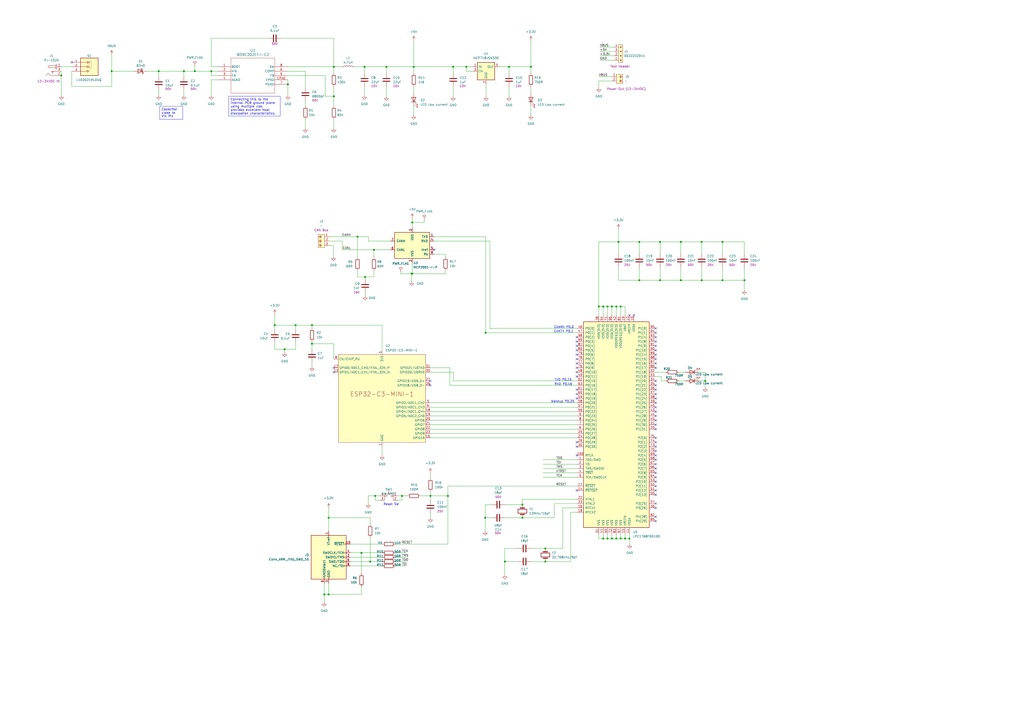
<source format=kicad_sch>
(kicad_sch (version 20230121) (generator eeschema)
  (paper "A2")
  (junction (at 365.125 312.42))
  (junction (at 207.391 137.287))
  (junction (at 362.585 312.42))
  (junction (at 35.56 43.815))
  (junction (at 180.975 199.39))
  (junction (at 352.425 177.8))
  (junction (at 211.836 160.655))
  (junction (at 180.975 188.595))
  (junction (at 354.965 312.42))
  (junction (at 407.035 162.56))
  (junction (at 193.675 38.735))
  (junction (at 394.97 140.335))
  (junction (at 167.005 48.895))
  (junction (at 106.68 41.275))
  (junction (at 233.172 287.655))
  (junction (at 193.675 55.88))
  (junction (at 259.842 287.655))
  (junction (at 281.686 193.04))
  (junction (at 358.775 140.335))
  (junction (at 281.432 300.355))
  (junction (at 249.682 287.655))
  (junction (at 347.345 177.8))
  (junction (at 238.76 158.75))
  (junction (at 382.905 140.335))
  (junction (at 292.862 325.755))
  (junction (at 188.087 344.805))
  (junction (at 349.885 312.42))
  (junction (at 165.1 202.565))
  (junction (at 270.51 38.735))
  (junction (at 419.1 162.56))
  (junction (at 159.385 188.595))
  (junction (at 214.757 325.755))
  (junction (at 407.035 140.335))
  (junction (at 370.84 162.56))
  (junction (at 303.022 292.735))
  (junction (at 360.045 312.42))
  (junction (at 360.045 177.8))
  (junction (at 316.357 325.755))
  (junction (at 409.067 220.98))
  (junction (at 190.627 300.355))
  (junction (at 209.677 320.675))
  (junction (at 211.455 38.735))
  (junction (at 354.965 177.8))
  (junction (at 357.505 177.8))
  (junction (at 370.84 140.335))
  (junction (at 357.505 312.42))
  (junction (at 239.141 158.75))
  (junction (at 316.357 318.135))
  (junction (at 64.77 41.275))
  (junction (at 382.905 162.56))
  (junction (at 295.275 38.735))
  (junction (at 262.89 38.735))
  (junction (at 190.627 344.805))
  (junction (at 394.97 162.56))
  (junction (at 122.555 41.275))
  (junction (at 92.075 41.275))
  (junction (at 217.678 287.655))
  (junction (at 431.8 162.56))
  (junction (at 352.425 312.42))
  (junction (at 303.022 300.355))
  (junction (at 113.03 41.275))
  (junction (at 307.975 38.735))
  (junction (at 239.141 129.032))
  (junction (at 419.1 140.335))
  (junction (at 216.916 144.907))
  (junction (at 224.155 38.735))
  (junction (at 349.885 177.8))
  (junction (at 171.45 188.595))
  (junction (at 240.03 38.735))
  (no_connect (at 380.365 220.98))
  (no_connect (at 380.365 241.3))
  (no_connect (at 334.645 205.74))
  (no_connect (at 380.365 259.08))
  (no_connect (at 380.365 261.62))
  (no_connect (at 380.365 269.24))
  (no_connect (at 380.365 203.2))
  (no_connect (at 365.125 182.88))
  (no_connect (at 380.365 274.32))
  (no_connect (at 334.645 208.28))
  (no_connect (at 380.365 279.4))
  (no_connect (at 380.365 210.82))
  (no_connect (at 380.365 264.16))
  (no_connect (at 249.555 220.98))
  (no_connect (at 334.645 213.36))
  (no_connect (at 41.656 36.195))
  (no_connect (at 380.365 228.6))
  (no_connect (at 367.665 182.88))
  (no_connect (at 334.645 195.58))
  (no_connect (at 334.645 226.06))
  (no_connect (at 380.365 266.7))
  (no_connect (at 193.675 213.36))
  (no_connect (at 380.365 195.58))
  (no_connect (at 380.365 198.12))
  (no_connect (at 380.365 243.84))
  (no_connect (at 334.645 218.44))
  (no_connect (at 380.365 200.66))
  (no_connect (at 334.645 200.66))
  (no_connect (at 334.645 256.54))
  (no_connect (at 380.365 254))
  (no_connect (at 380.365 287.02))
  (no_connect (at 380.365 276.86))
  (no_connect (at 380.365 236.22))
  (no_connect (at 380.365 302.26))
  (no_connect (at 380.365 299.72))
  (no_connect (at 380.365 190.5))
  (no_connect (at 251.841 144.907))
  (no_connect (at 334.645 203.2))
  (no_connect (at 334.645 264.16))
  (no_connect (at 380.365 238.76))
  (no_connect (at 334.645 259.08))
  (no_connect (at 380.365 223.52))
  (no_connect (at 380.365 281.94))
  (no_connect (at 334.645 210.82))
  (no_connect (at 380.365 213.36))
  (no_connect (at 249.555 223.52))
  (no_connect (at 380.365 208.28))
  (no_connect (at 380.365 193.04))
  (no_connect (at 380.365 271.78))
  (no_connect (at 334.645 228.6))
  (no_connect (at 380.365 231.14))
  (no_connect (at 380.365 226.06))
  (no_connect (at 193.675 215.9))
  (no_connect (at 334.645 231.14))
  (no_connect (at 334.645 198.12))
  (no_connect (at 334.645 215.9))
  (no_connect (at 380.365 233.68))
  (no_connect (at 380.365 248.92))
  (no_connect (at 334.645 284.48))
  (no_connect (at 380.365 256.54))
  (no_connect (at 380.365 284.48))
  (no_connect (at 380.365 205.74))
  (no_connect (at 380.365 292.1))
  (no_connect (at 380.365 246.38))
  (no_connect (at 380.365 294.64))
  (wire (pts (xy 263.017 215.9) (xy 263.017 220.98)))
  (wire (pts (xy 165.1 202.565) (xy 165.1 204.47)))
  (wire (pts (xy 259.842 287.655) (xy 259.842 315.595)))
  (wire (pts (xy 217.678 287.655) (xy 213.614 287.655)))
  (wire (pts (xy 419.1 140.335) (xy 431.8 140.335)))
  (wire (pts (xy 221.615 203.2) (xy 221.615 188.595)))
  (wire (pts (xy 284.226 139.827) (xy 284.226 190.627)))
  (wire (pts (xy 347.345 177.8) (xy 347.345 182.88)))
  (wire (pts (xy 180.975 199.39) (xy 180.975 202.565)))
  (wire (pts (xy 213.741 139.827) (xy 213.741 137.287)))
  (wire (pts (xy 122.555 22.225) (xy 155.575 22.225)))
  (wire (pts (xy 239.141 126.492) (xy 239.141 129.032)))
  (wire (pts (xy 211.836 160.655) (xy 216.916 160.655)))
  (wire (pts (xy 270.51 38.735) (xy 274.32 38.735)))
  (wire (pts (xy 260.985 223.52) (xy 334.645 223.52)))
  (wire (pts (xy 407.035 154.94) (xy 407.035 162.56)))
  (wire (pts (xy 394.97 154.94) (xy 394.97 162.56)))
  (wire (pts (xy 315.087 269.24) (xy 334.645 269.24)))
  (wire (pts (xy 284.861 190.627) (xy 284.861 190.5)))
  (wire (pts (xy 394.97 162.56) (xy 407.035 162.56)))
  (wire (pts (xy 360.045 309.88) (xy 360.045 312.42)))
  (wire (pts (xy 216.916 144.907) (xy 198.501 144.907)))
  (wire (pts (xy 240.03 23.495) (xy 240.03 38.735)))
  (wire (pts (xy 307.975 23.495) (xy 307.975 38.735)))
  (wire (pts (xy 295.275 50.165) (xy 295.275 55.88)))
  (wire (pts (xy 281.686 193.167) (xy 281.686 193.04)))
  (wire (pts (xy 246.126 127.127) (xy 246.126 129.032)))
  (wire (pts (xy 431.8 154.94) (xy 431.8 162.56)))
  (wire (pts (xy 240.03 38.735) (xy 240.03 42.545)))
  (wire (pts (xy 407.035 140.335) (xy 419.1 140.335)))
  (wire (pts (xy 188.087 338.455) (xy 188.087 344.805)))
  (wire (pts (xy 383.667 218.44) (xy 383.667 220.98)))
  (wire (pts (xy 177.165 69.215) (xy 177.165 74.295)))
  (wire (pts (xy 106.68 41.275) (xy 106.68 44.45)))
  (wire (pts (xy 180.975 188.595) (xy 221.615 188.595)))
  (wire (pts (xy 193.421 142.367) (xy 193.421 148.717)))
  (wire (pts (xy 193.675 38.735) (xy 198.12 38.735)))
  (wire (pts (xy 316.357 325.755) (xy 330.962 325.755)))
  (wire (pts (xy 177.165 58.42) (xy 177.165 61.595)))
  (wire (pts (xy 365.125 309.88) (xy 365.125 312.42)))
  (wire (pts (xy 122.555 46.355) (xy 122.555 55.245)))
  (wire (pts (xy 394.97 140.335) (xy 407.035 140.335)))
  (wire (pts (xy 211.836 162.052) (xy 211.836 160.655)))
  (wire (pts (xy 190.627 300.355) (xy 190.627 307.975)))
  (wire (pts (xy 347.345 177.8) (xy 349.885 177.8)))
  (wire (pts (xy 211.836 171.577) (xy 211.836 169.672)))
  (wire (pts (xy 246.126 129.032) (xy 239.141 129.032)))
  (wire (pts (xy 349.885 312.42) (xy 352.425 312.42)))
  (wire (pts (xy 315.087 266.7) (xy 334.645 266.7)))
  (wire (pts (xy 431.8 162.56) (xy 419.1 162.56)))
  (wire (pts (xy 106.68 41.275) (xy 113.03 41.275)))
  (wire (pts (xy 370.84 140.335) (xy 382.905 140.335)))
  (wire (pts (xy 180.975 198.12) (xy 180.975 199.39)))
  (wire (pts (xy 193.675 61.595) (xy 193.675 55.88)))
  (wire (pts (xy 249.555 243.84) (xy 334.645 243.84)))
  (wire (pts (xy 303.022 289.56) (xy 334.645 289.56)))
  (wire (pts (xy 249.555 236.22) (xy 334.645 236.22)))
  (wire (pts (xy 171.45 188.595) (xy 159.385 188.595)))
  (wire (pts (xy 281.686 193.04) (xy 334.645 193.04)))
  (wire (pts (xy 240.03 50.165) (xy 240.03 53.975)))
  (wire (pts (xy 249.555 246.38) (xy 334.645 246.38)))
  (wire (pts (xy 358.775 154.94) (xy 358.775 162.56)))
  (wire (pts (xy 431.8 162.56) (xy 431.8 168.275)))
  (wire (pts (xy 251.841 139.827) (xy 284.226 139.827)))
  (wire (pts (xy 358.775 162.56) (xy 370.84 162.56)))
  (wire (pts (xy 347.98 29.845) (xy 356.235 29.845)))
  (wire (pts (xy 292.862 325.755) (xy 300.482 325.755)))
  (wire (pts (xy 405.257 220.98) (xy 409.067 220.98)))
  (wire (pts (xy 249.682 287.655) (xy 259.842 287.655)))
  (wire (pts (xy 203.327 315.595) (xy 221.742 315.595)))
  (wire (pts (xy 106.68 52.07) (xy 106.68 55.245)))
  (wire (pts (xy 209.677 320.675) (xy 209.677 332.74)))
  (wire (pts (xy 347.345 46.99) (xy 347.345 50.8)))
  (wire (pts (xy 224.155 38.735) (xy 240.03 38.735)))
  (wire (pts (xy 198.501 144.907) (xy 198.501 139.827)))
  (wire (pts (xy 347.98 27.305) (xy 356.235 27.305)))
  (wire (pts (xy 171.45 188.595) (xy 180.975 188.595)))
  (wire (pts (xy 216.916 144.907) (xy 216.916 149.352)))
  (wire (pts (xy 229.362 323.215) (xy 235.712 323.215)))
  (wire (pts (xy 159.385 182.245) (xy 159.385 188.595)))
  (wire (pts (xy 431.8 140.335) (xy 431.8 147.32)))
  (wire (pts (xy 180.975 188.595) (xy 180.975 190.5)))
  (wire (pts (xy 281.432 300.355) (xy 281.432 307.975)))
  (wire (pts (xy 238.76 158.75) (xy 232.41 158.75)))
  (wire (pts (xy 347.345 140.335) (xy 347.345 177.8)))
  (wire (pts (xy 249.555 251.46) (xy 334.645 251.46)))
  (wire (pts (xy 205.74 38.735) (xy 211.455 38.735)))
  (wire (pts (xy 394.97 140.335) (xy 394.97 147.32)))
  (wire (pts (xy 251.841 147.447) (xy 258.445 147.447)))
  (wire (pts (xy 211.455 38.735) (xy 211.455 42.545)))
  (wire (pts (xy 295.275 38.735) (xy 289.56 38.735)))
  (wire (pts (xy 258.445 158.75) (xy 258.445 156.845)))
  (wire (pts (xy 243.967 287.655) (xy 249.682 287.655)))
  (wire (pts (xy 409.067 215.9) (xy 409.067 220.98)))
  (wire (pts (xy 352.425 309.88) (xy 352.425 312.42)))
  (wire (pts (xy 281.686 137.287) (xy 251.841 137.287)))
  (wire (pts (xy 249.555 254) (xy 334.645 254)))
  (wire (pts (xy 358.775 140.335) (xy 358.775 147.32)))
  (wire (pts (xy 380.365 218.44) (xy 383.667 218.44)))
  (wire (pts (xy 274.32 41.275) (xy 270.51 41.275)))
  (wire (pts (xy 349.885 177.8) (xy 349.885 182.88)))
  (wire (pts (xy 221.615 259.08) (xy 221.615 264.16)))
  (wire (pts (xy 352.425 177.8) (xy 352.425 182.88)))
  (wire (pts (xy 249.682 297.815) (xy 249.682 300.355)))
  (wire (pts (xy 233.172 290.195) (xy 233.172 287.655)))
  (wire (pts (xy 180.975 199.39) (xy 193.675 199.39)))
  (wire (pts (xy 360.045 177.8) (xy 360.045 182.88)))
  (wire (pts (xy 300.482 318.135) (xy 292.862 318.135)))
  (wire (pts (xy 249.555 215.9) (xy 263.017 215.9)))
  (wire (pts (xy 193.675 38.735) (xy 193.675 42.545)))
  (wire (pts (xy 362.585 309.88) (xy 362.585 312.42)))
  (wire (pts (xy 354.965 46.99) (xy 347.345 46.99)))
  (wire (pts (xy 122.555 43.815) (xy 122.555 41.275)))
  (wire (pts (xy 281.432 300.355) (xy 285.242 300.355)))
  (wire (pts (xy 292.862 325.755) (xy 292.862 333.375)))
  (wire (pts (xy 126.365 43.815) (xy 122.555 43.815)))
  (wire (pts (xy 358.775 132.715) (xy 358.775 140.335)))
  (wire (pts (xy 382.905 162.56) (xy 394.97 162.56)))
  (wire (pts (xy 167.005 46.355) (xy 167.005 48.895)))
  (wire (pts (xy 249.682 285.115) (xy 249.682 287.655)))
  (wire (pts (xy 295.275 38.735) (xy 307.975 38.735)))
  (wire (pts (xy 370.84 162.56) (xy 382.905 162.56)))
  (wire (pts (xy 92.075 41.275) (xy 92.075 44.45)))
  (wire (pts (xy 211.455 38.735) (xy 224.155 38.735)))
  (wire (pts (xy 239.141 152.527) (xy 239.141 158.75)))
  (wire (pts (xy 307.975 50.165) (xy 307.975 53.975)))
  (wire (pts (xy 393.827 215.9) (xy 397.637 215.9)))
  (wire (pts (xy 262.89 38.735) (xy 262.89 42.545)))
  (wire (pts (xy 349.885 177.8) (xy 352.425 177.8)))
  (wire (pts (xy 249.555 233.68) (xy 334.645 233.68)))
  (wire (pts (xy 380.365 215.9) (xy 386.207 215.9)))
  (wire (pts (xy 122.555 38.735) (xy 122.555 22.225)))
  (wire (pts (xy 190.627 294.64) (xy 190.627 300.355)))
  (wire (pts (xy 321.437 292.1) (xy 334.645 292.1)))
  (wire (pts (xy 229.362 325.755) (xy 235.712 325.755)))
  (wire (pts (xy 357.505 177.8) (xy 357.505 182.88)))
  (wire (pts (xy 163.195 22.225) (xy 193.675 22.225)))
  (wire (pts (xy 230.632 290.195) (xy 233.172 290.195)))
  (wire (pts (xy 193.675 199.39) (xy 193.675 208.28)))
  (wire (pts (xy 295.275 38.735) (xy 295.275 42.545)))
  (wire (pts (xy 262.89 38.735) (xy 270.51 38.735)))
  (wire (pts (xy 347.345 140.335) (xy 358.775 140.335)))
  (wire (pts (xy 284.861 190.5) (xy 334.645 190.5)))
  (wire (pts (xy 370.84 140.335) (xy 370.84 147.32)))
  (wire (pts (xy 220.472 287.655) (xy 217.678 287.655)))
  (wire (pts (xy 35.56 41.275) (xy 35.56 43.815)))
  (wire (pts (xy 358.775 140.335) (xy 370.84 140.335)))
  (wire (pts (xy 229.362 315.595) (xy 259.842 315.595)))
  (wire (pts (xy 258.445 147.447) (xy 258.445 149.225)))
  (wire (pts (xy 203.327 325.755) (xy 214.757 325.755)))
  (wire (pts (xy 307.975 61.595) (xy 307.975 66.675)))
  (wire (pts (xy 239.141 158.75) (xy 238.76 158.75)))
  (wire (pts (xy 315.087 276.86) (xy 334.645 276.86)))
  (wire (pts (xy 167.005 48.895) (xy 167.005 55.245)))
  (wire (pts (xy 303.022 300.355) (xy 321.437 300.355)))
  (wire (pts (xy 362.585 312.42) (xy 365.125 312.42)))
  (wire (pts (xy 292.862 300.355) (xy 303.022 300.355)))
  (wire (pts (xy 382.905 154.94) (xy 382.905 162.56)))
  (wire (pts (xy 347.98 34.925) (xy 356.235 34.925)))
  (wire (pts (xy 354.965 312.42) (xy 357.505 312.42)))
  (wire (pts (xy 35.56 43.815) (xy 35.56 55.245)))
  (wire (pts (xy 211.455 50.165) (xy 211.455 55.245)))
  (wire (pts (xy 213.614 287.655) (xy 213.614 292.1)))
  (wire (pts (xy 249.555 248.92) (xy 334.645 248.92)))
  (wire (pts (xy 214.757 325.755) (xy 221.742 325.755)))
  (wire (pts (xy 190.627 300.355) (xy 214.757 300.355)))
  (wire (pts (xy 347.98 32.385) (xy 356.235 32.385)))
  (wire (pts (xy 240.03 38.735) (xy 262.89 38.735)))
  (wire (pts (xy 419.1 140.335) (xy 419.1 147.32)))
  (wire (pts (xy 159.385 188.595) (xy 159.385 191.135)))
  (wire (pts (xy 383.667 220.98) (xy 386.207 220.98)))
  (wire (pts (xy 159.385 198.755) (xy 159.385 202.565)))
  (wire (pts (xy 41.656 50.165) (xy 64.77 50.165)))
  (wire (pts (xy 249.555 238.76) (xy 334.645 238.76)))
  (wire (pts (xy 281.686 193.04) (xy 281.686 137.287)))
  (wire (pts (xy 315.087 271.78) (xy 334.645 271.78)))
  (wire (pts (xy 352.425 312.42) (xy 354.965 312.42)))
  (wire (pts (xy 224.155 38.735) (xy 224.155 42.545)))
  (wire (pts (xy 321.437 300.355) (xy 321.437 292.1)))
  (wire (pts (xy 357.505 177.8) (xy 360.045 177.8)))
  (wire (pts (xy 85.09 41.275) (xy 92.075 41.275)))
  (wire (pts (xy 357.505 312.42) (xy 360.045 312.42)))
  (wire (pts (xy 239.141 129.032) (xy 239.141 132.207)))
  (wire (pts (xy 64.77 41.275) (xy 77.47 41.275)))
  (wire (pts (xy 214.757 300.355) (xy 214.757 304.165)))
  (wire (pts (xy 365.252 312.42) (xy 365.252 315.595)))
  (wire (pts (xy 326.517 294.64) (xy 334.645 294.64)))
  (wire (pts (xy 354.965 309.88) (xy 354.965 312.42)))
  (wire (pts (xy 263.017 220.98) (xy 334.645 220.98)))
  (wire (pts (xy 64.77 31.75) (xy 64.77 41.275)))
  (wire (pts (xy 229.362 320.675) (xy 235.712 320.675)))
  (wire (pts (xy 190.627 344.805) (xy 209.677 344.805)))
  (wire (pts (xy 349.885 312.42) (xy 347.345 312.42)))
  (wire (pts (xy 190.627 338.455) (xy 190.627 344.805)))
  (wire (pts (xy 314.96 274.32) (xy 334.645 274.32)))
  (wire (pts (xy 207.391 137.287) (xy 190.881 137.287)))
  (wire (pts (xy 281.94 48.895) (xy 281.94 55.88)))
  (wire (pts (xy 407.035 162.56) (xy 419.1 162.56)))
  (wire (pts (xy 216.916 144.907) (xy 226.441 144.907)))
  (wire (pts (xy 259.842 281.94) (xy 334.645 281.94)))
  (wire (pts (xy 193.675 22.225) (xy 193.675 38.735)))
  (wire (pts (xy 249.555 213.36) (xy 260.985 213.36)))
  (wire (pts (xy 207.391 160.655) (xy 211.836 160.655)))
  (wire (pts (xy 347.345 44.45) (xy 354.965 44.45)))
  (wire (pts (xy 232.41 157.48) (xy 232.41 158.75)))
  (wire (pts (xy 292.862 318.135) (xy 292.862 325.755)))
  (wire (pts (xy 165.1 202.565) (xy 171.45 202.565)))
  (wire (pts (xy 214.757 311.785) (xy 214.757 325.755)))
  (wire (pts (xy 249.682 274.32) (xy 249.682 277.495)))
  (wire (pts (xy 281.432 292.735) (xy 281.432 300.355)))
  (wire (pts (xy 92.075 52.07) (xy 92.075 55.245)))
  (wire (pts (xy 216.916 156.972) (xy 216.916 160.655)))
  (wire (pts (xy 240.03 61.595) (xy 240.03 66.675)))
  (wire (pts (xy 122.555 41.275) (xy 126.365 41.275)))
  (wire (pts (xy 188.595 43.815) (xy 188.595 55.88)))
  (wire (pts (xy 209.677 320.675) (xy 221.742 320.675)))
  (wire (pts (xy 330.962 297.18) (xy 334.645 297.18)))
  (wire (pts (xy 405.257 215.9) (xy 409.067 215.9)))
  (wire (pts (xy 167.005 41.275) (xy 177.165 41.275)))
  (wire (pts (xy 362.585 177.8) (xy 362.585 182.88)))
  (wire (pts (xy 326.517 294.64) (xy 326.517 318.135)))
  (wire (pts (xy 35.56 38.735) (xy 41.656 38.735)))
  (wire (pts (xy 260.985 213.36) (xy 260.985 223.52)))
  (wire (pts (xy 207.391 149.352) (xy 207.391 137.287)))
  (wire (pts (xy 207.391 156.972) (xy 207.391 160.655)))
  (wire (pts (xy 352.425 177.8) (xy 354.965 177.8)))
  (wire (pts (xy 188.595 55.88) (xy 193.675 55.88)))
  (wire (pts (xy 209.677 344.805) (xy 209.677 340.36)))
  (wire (pts (xy 159.385 202.565) (xy 165.1 202.565)))
  (wire (pts (xy 419.1 154.94) (xy 419.1 162.56)))
  (wire (pts (xy 203.327 320.675) (xy 209.677 320.675)))
  (wire (pts (xy 113.03 37.973) (xy 113.03 41.275)))
  (wire (pts (xy 226.441 139.827) (xy 213.741 139.827)))
  (wire (pts (xy 113.03 41.275) (xy 122.555 41.275)))
  (wire (pts (xy 122.555 46.355) (xy 126.365 46.355)))
  (wire (pts (xy 258.445 158.75) (xy 239.141 158.75)))
  (wire (pts (xy 330.962 297.18) (xy 330.962 325.755)))
  (wire (pts (xy 203.327 323.215) (xy 221.742 323.215)))
  (wire (pts (xy 370.84 154.94) (xy 370.84 162.56)))
  (wire (pts (xy 177.165 41.275) (xy 177.165 50.8)))
  (wire (pts (xy 308.102 325.755) (xy 316.357 325.755)))
  (wire (pts (xy 409.067 220.98) (xy 409.067 224.79)))
  (wire (pts (xy 259.842 281.94) (xy 259.842 287.655)))
  (wire (pts (xy 307.975 38.735) (xy 307.975 42.545)))
  (wire (pts (xy 188.595 43.815) (xy 167.005 43.815)))
  (wire (pts (xy 393.827 220.98) (xy 397.637 220.98)))
  (wire (pts (xy 316.357 318.135) (xy 326.517 318.135)))
  (wire (pts (xy 284.226 190.627) (xy 284.861 190.627)))
  (wire (pts (xy 171.45 188.595) (xy 171.45 191.135)))
  (wire (pts (xy 180.975 210.185) (xy 180.975 212.725)))
  (wire (pts (xy 357.505 309.88) (xy 357.505 312.42)))
  (wire (pts (xy 203.327 328.295) (xy 221.742 328.295)))
  (wire (pts (xy 190.881 142.367) (xy 193.421 142.367)))
  (wire (pts (xy 365.125 312.42) (xy 365.252 312.42)))
  (wire (pts (xy 188.087 344.805) (xy 188.087 349.25)))
  (wire (pts (xy 303.022 289.56) (xy 303.022 292.735)))
  (wire (pts (xy 270.51 41.275) (xy 270.51 38.735)))
  (wire (pts (xy 354.965 182.88) (xy 354.965 177.8)))
  (wire (pts (xy 193.675 38.735) (xy 167.005 38.735)))
  (wire (pts (xy 354.965 177.8) (xy 357.505 177.8)))
  (wire (pts (xy 360.045 312.42) (xy 362.585 312.42)))
  (wire (pts (xy 233.172 287.655) (xy 230.632 287.655)))
  (wire (pts (xy 236.347 287.655) (xy 233.172 287.655)))
  (wire (pts (xy 349.885 309.88) (xy 349.885 312.42)))
  (wire (pts (xy 207.391 137.287) (xy 213.741 137.287)))
  (wire (pts (xy 193.675 69.215) (xy 193.675 74.295)))
  (wire (pts (xy 285.242 292.735) (xy 281.432 292.735)))
  (wire (pts (xy 64.77 41.275) (xy 64.77 50.165)))
  (wire (pts (xy 198.501 139.827) (xy 190.881 139.827)))
  (wire (pts (xy 92.075 41.275) (xy 106.68 41.275)))
  (wire (pts (xy 382.905 140.335) (xy 394.97 140.335)))
  (wire (pts (xy 229.362 328.295) (xy 235.712 328.295)))
  (wire (pts (xy 262.89 50.165) (xy 262.89 55.88)))
  (wire (pts (xy 238.76 158.75) (xy 238.76 163.195)))
  (wire (pts (xy 224.155 50.165) (xy 224.155 55.88)))
  (wire (pts (xy 220.472 290.195) (xy 217.678 290.195)))
  (wire (pts (xy 308.102 318.135) (xy 316.357 318.135)))
  (wire (pts (xy 382.905 140.335) (xy 382.905 147.32)))
  (wire (pts (xy 171.45 198.755) (xy 171.45 202.565)))
  (wire (pts (xy 249.682 290.195) (xy 249.682 287.655)))
  (wire (pts (xy 188.087 344.805) (xy 190.627 344.805)))
  (wire (pts (xy 249.555 241.3) (xy 334.645 241.3)))
  (wire (pts (xy 41.656 41.275) (xy 41.656 50.165)))
  (wire (pts (xy 407.035 140.335) (xy 407.035 147.32)))
  (wire (pts (xy 347.345 312.42) (xy 347.345 309.88)))
  (wire (pts (xy 217.678 290.195) (xy 217.678 287.655)))
  (wire (pts (xy 292.862 292.735) (xy 303.022 292.735)))
  (wire (pts (xy 193.675 50.165) (xy 193.675 55.88)))
  (wire (pts (xy 122.555 38.735) (xy 126.365 38.735)))
  (wire (pts (xy 360.045 177.8) (xy 362.585 177.8)))
  (text_box "Capacitor close to Vin Pin" (at 92.71 61.595 0) (size 13.335 7.62) (effects (font (size 1.27 1.27)) (justify left top)))
  (text_box "Connecting this to the internal PCB ground plane using multiple vias \nprovides excellent heat dissipation characteristics." (at 132.715 55.88 0) (size 29.845 11.43) (effects (font (size 1.27 1.27)) (justify left top)))
  (text "RXD P0.16" (at 321.564 223.647 0) (effects (font (size 1.27 1.27)) (justify left bottom)))
  (text "CANRX P0.0" (at 321.31 190.627 0) (effects (font (size 1.27 1.27)) (justify left bottom)))
  (text "Wakeup P0.20" (at 319.532 233.68 0) (effects (font (size 1.27 1.27)) (justify left bottom)))
  (text "TXD P0.15" (at 321.564 221.107 0) (effects (font (size 1.27 1.27)) (justify left bottom)))
  (text "Reset SW" (at 222.377 293.37 0) (effects (font (size 1.27 1.27)) (justify left bottom)))
  (text "CANTX P0.1" (at 321.31 193.04 0) (effects (font (size 1.27 1.27)) (justify left bottom)))
  (label "CANH" (at 203.581 137.287 180))
  (label "TMS" (at 322.58 271.78 0))
  (label "TMS" (at 233.172 323.215 0))
  (label "TDO" (at 322.58 266.7 0))
  (label "nTRST" (at 322.58 274.32 0))
  (label "RESET" (at 233.172 315.595 0))
  (label "GND" (at 347.98 34.925 0))
  (label "+3.3V" (at 347.98 32.385 0))
  (label "TDI" (at 322.58 269.24 0))
  (label "CANL" (at 203.581 144.907 180))
  (label "VBUS" (at 347.345 44.45 0))
  (label "RESET" (at 322.58 281.94 0))
  (label "+5V" (at 347.98 29.845 0))
  (label "TCK" (at 233.172 320.675 0))
  (label "VBUS" (at 347.98 27.305 0))
  (label "TDI" (at 233.172 328.295 0))
  (label "TCK" (at 322.58 276.86 0))
  (label "TDO" (at 233.172 325.755 0))
  (symbol (lib_id "Device:C") (at 92.075 48.26 0) (unit 1)
    (property "Reference" "C1" (at 95.885 46.9899 0) (effects (justify left)))
    (property "Value" "10uF" (at 95.885 49.5299 0) (effects (justify left)))
    (property "Footprint" "Capacitor_SMD:C_0603_1608Metric" (effects hide))
    (property "Datasheet" "https://connect.kemet.com:7667/gateway/IntelliData-ComponentDocumentation/1.0/download/datasheet/C0603C104K5RECAUTO" (effects hide))
    (property "Rated V" "50V" (at 97.663 51.562 0))
    (property "MPN" "C0603C104K5RECAUTO" (effects hide))
    (property "JLC?" "N" (effects hide))
  )
  (symbol (lib_id "Switch:L102021ML04Q") (at 51.816 38.735 0) (unit 1)
    (property "Reference" "S1" (at 50.546 32.385 0) (effects (justify left)))
    (property "Value" "L102021ML04Q" (at 44.196 46.355 0) (effects (justify left)))
    (property "Footprint" "Switches:SW_L102021ML04Q" (effects hide))
    (property "STANDARD" "Manufacturer Recommendations" (effects hide))
    (property "PARTREV" "N/A" (effects hide))
    (property "MAXIMUM_PACKAGE_HEIGHT" "7.92mm" (effects hide))
    (property "MANUFACTURER" "C&K" (effects hide))
    (property "JLC?" "Y" (effects hide))
  )
  (symbol (lib_id "power:GND") (at 292.862 333.375 0) (mirror y) (unit 1)
    (property "Reference" "#PWR029" (effects hide))
    (property "Value" "GND" (at 292.862 338.455 0))
  )
  (symbol (lib_id "Espressif:ESP32-C3-MINI-1") (at 221.615 231.14 0) (unit 1)
    (property "Reference" "U2" (at 223.5709 200.66 0) (effects (justify left)))
    (property "Value" "ESP32-C3-MINI-1" (at 223.5709 203.2 0) (effects (justify left)))
    (property "Footprint" "Espressif:ESP32-C3-MINI-1" (effects hide))
    (property "Datasheet" "https://www.espressif.com/sites/default/files/documentation/esp32-c3-mini-1_datasheet_en.pdf" (effects hide))
    (property "JLC?" "N" (effects hide))
  )
  (symbol (lib_id "power:GND") (at 92.075 55.245 0) (mirror y) (unit 1)
    (property "Reference" "#PWR03" (effects hide))
    (property "Value" "GND" (at 92.075 60.325 0))
  )
  (symbol (lib_id "Device:C") (at 224.155 46.355 0) (unit 1)
    (property "Reference" "C10" (at 227.965 45.0849 0) (effects (justify left)))
    (property "Value" "22uF" (at 227.965 47.6249 0) (effects (justify left)))
    (property "Footprint" "Capacitor_SMD:C_0603_1608Metric" (effects hide))
    (property "Datasheet" "https://media.digikey.com/pdf/Data%20Sheets/Samsung%20PDFs/CL10A226MP8NUNC_Spec.pdf" (effects hide))
    (property "Rated V" "10V" (at 229.743 49.911 0))
    (property "MPN" "CL10A226MP8NUNE" (effects hide))
    (property "JLC?" "N" (effects hide))
  )
  (symbol (lib_id "Device:C") (at 289.052 300.355 270) (unit 1)
    (property "Reference" "C14" (at 289.052 307.975 90) (effects (justify bottom)))
    (property "Value" "18pF" (at 289.052 305.435 90) (effects (justify bottom)))
    (property "Footprint" "Capacitor_SMD:C_0603_1608Metric" (effects hide))
    (property "Datasheet" "http://www.passivecomponent.com/wp-content/uploads/datasheet/WTC_MLCC_General_Purpose.pdf" (effects hide))
    (property "Rated V" "50V" (at 288.798 309.245 90))
    (property "MPN" "0603N180J500CT" (effects hide))
    (property "JLC?" "Y" (effects hide))
  )
  (symbol (lib_id "power:+3.3V") (at 159.385 182.245 0) (mirror y) (unit 1)
    (property "Reference" "#PWR06" (effects hide))
    (property "Value" "+3.3V" (at 159.385 177.165 0))
  )
  (symbol (lib_id "Connector:Conn_ARM_JTAG_SWD_10") (at 190.627 323.215 0) (unit 1)
    (property "Reference" "J3" (at 179.197 321.945 0) (effects (justify right)))
    (property "Value" "Conn_ARM_JTAG_SWD_10" (at 179.197 324.485 0) (effects (justify right)))
    (property "Footprint" "10 pin jtag:CONN_3220-10-0100-00_CNC" (effects hide))
    (property "Datasheet" "http://www.cnctech.us/pdfs/3220-XX-0100-00_.pdf" (effects hide))
    (property "MPN" "3220-10-0100-00" (effects hide))
    (property "JLC?" "N" (effects hide))
  )
  (symbol (lib_id "Device:LED") (at 240.03 57.785 90) (unit 1)
    (property "Reference" "D2" (at 243.84 58.1024 90) (effects (justify right)))
    (property "Value" "LED Low current" (at 243.84 60.6424 90) (effects (justify right)))
    (property "Footprint" "LED_SMD:LED_0603_1608Metric" (effects hide))
    (property "Datasheet" "https://www.sunledusa.com/products/spec/XZCM2CRK53WA-8VF.pdf" (effects hide))
    (property "DK_Detail_Page" "https://www.digikey.com/en/products/detail/sunled/XZCM2CRK53WA-8VF/10449772" (effects hide))
    (property "MPN" "XZCM2CRK53WA-8VF" (effects hide))
    (property "JLC?" "Y" (effects hide))
  )
  (symbol (lib_id "power:GND") (at 365.252 315.595 0) (mirror y) (unit 1)
    (property "Reference" "#PWR036" (effects hide))
    (property "Value" "GND" (at 365.252 320.675 0))
  )
  (symbol (lib_id "power:GND") (at 224.155 55.88 0) (unit 1)
    (property "Reference" "#PWR019" (effects hide))
    (property "Value" "GND" (at 224.155 60.96 0))
  )
  (symbol (lib_id "Device:R") (at 249.682 281.305 0) (unit 1)
    (property "Reference" "R16" (at 252.222 280.035 0) (effects (justify left)))
    (property "Value" "100k" (at 252.222 282.575 0) (effects (justify left)))
    (property "Footprint" "Resistor_SMD:R_0603_1608Metric" (effects hide))
    (property "DK_Datasheet_Link" "https://www.digikey.ca/en/htmldatasheets/production/781422/0/0/1/rmcf0805ft20m0.html?site=CA&lang=en&cur=CAD" (effects hide))
    (property "JLC?" "Y" (effects hide))
  )
  (symbol (lib_id "dk_Rectangular-Connectors-Headers-Male-Pins:0022232041") (at 358.775 34.925 90) (unit 1)
    (property "Reference" "J4" (at 361.95 29.8449 90) (effects (justify right)))
    (property "Value" "0022232041" (at 361.95 32.3849 90) (effects (justify right)))
    (property "Footprint" "Connector_PinHeader_2.54mm:PinHeader_1x04_P2.54mm_Vertical" (effects hide))
    (property "Datasheet" "https://media.digikey.com/pdf/Data%20Sheets/Sullins%20PDFs/Female_Headers.100_DS.pdf" (effects hide))
    (property "Digi-Key_PN" "WM4202-ND" (effects hide))
    (property "MPN" "PPTC041LFBN" (effects hide))
    (property "Category" "Connectors, Interconnects" (effects hide))
    (property "Family" "Rectangular Connectors - Headers, Male Pins" (effects hide))
    (property "DK_Datasheet_Link" "https://www.molex.com/pdm_docs/sd/022232041_sd.pdf" (effects hide))
    (property "Description" "CONN HEADER VERT 4POS 2.54MM" (effects hide))
    (property "Manufacturer" "Molex" (effects hide))
    (property "Status" "Active" (effects hide))
    (property "Func" "Test Header" (at 359.664 38.481 90))
    (property "JLC?" "Y" (effects hide))
  )
  (symbol (lib_id "power:GND") (at 347.345 50.8 0) (unit 1)
    (property "Reference" "#PWR034" (effects hide))
    (property "Value" "GND" (at 347.345 55.88 0))
  )
  (symbol (lib_id "power:GND") (at 106.68 55.245 0) (mirror y) (unit 1)
    (property "Reference" "#PWR04" (effects hide))
    (property "Value" "GND" (at 106.68 60.325 0))
  )
  (symbol (lib_id "Device:C") (at 394.97 151.13 0) (unit 1)
    (property "Reference" "C21" (at 398.78 148.59 0) (effects (justify left)))
    (property "Value" "10nF" (at 398.78 151.13 0) (effects (justify left)))
    (property "Footprint" "Capacitor_SMD:C_0603_1608Metric" (effects hide))
    (property "Datasheet" "http://www.passivecomponent.com/wp-content/uploads/datasheet/WTC_MLCC_General_Purpose.pdf" (effects hide))
    (property "Rated V" "50V" (at 398.78 153.67 0) (effects (justify left)))
    (property "MPN" "0603B183K500CT" (effects hide))
    (property "JLC?" "Y" (effects hide))
  )
  (symbol (lib_id "Device:C") (at 106.68 48.26 0) (unit 1)
    (property "Reference" "C2" (at 110.49 46.9899 0) (effects (justify left)))
    (property "Value" "0.1uF" (at 110.49 49.5299 0) (effects (justify left)))
    (property "Footprint" "Capacitor_SMD:C_0603_1608Metric" (effects hide))
    (property "Datasheet" "https://media.digikey.com/pdf/Data%20Sheets/Samsung%20PDFs/CL10B104KB8NNWC_Spec.pdf" (effects hide))
    (property "Rated V" "50V" (at 112.268 51.562 0))
    (property "MPN" "CL10B104KB8NNWC" (effects hide))
    (property "JLC?" "Y" (effects hide))
  )
  (symbol (lib_id "Device:C") (at 419.1 151.13 0) (unit 1)
    (property "Reference" "C23" (at 422.91 148.59 0) (effects (justify left)))
    (property "Value" "10nF" (at 422.91 151.13 0) (effects (justify left)))
    (property "Footprint" "Capacitor_SMD:C_0603_1608Metric" (effects hide))
    (property "Datasheet" "http://www.passivecomponent.com/wp-content/uploads/datasheet/WTC_MLCC_General_Purpose.pdf" (effects hide))
    (property "Rated V" "50V" (at 422.91 153.67 0) (effects (justify left)))
    (property "MPN" "0603B183K500CT" (effects hide))
    (property "JLC?" "Y" (effects hide))
  )
  (symbol (lib_id "Interface_CAN_LIN:MCP2551-I-P") (at 239.141 142.367 0) (mirror y) (unit 1)
    (property "Reference" "U3" (at 239.7251 152.527 0) (effects (justify right)))
    (property "Value" "MCP2551-I-P" (at 239.7251 155.067 0) (effects (justify right)))
    (property "Footprint" "Package_DIP:DIP-8_W7.62mm" (effects hide))
    (property "Datasheet" "http://ww1.microchip.com/downloads/en/devicedoc/21667d.pdf" (effects hide))
    (property "JLC?" "Y" (effects hide))
  )
  (symbol (lib_id "Device:C") (at 262.89 46.355 0) (unit 1)
    (property "Reference" "C12" (at 266.7 45.0849 0) (effects (justify left)))
    (property "Value" "1uF" (at 266.7 47.6249 0) (effects (justify left)))
    (property "Footprint" "Capacitor_SMD:C_0603_1608Metric" (effects hide))
    (property "Datasheet" "https://media.digikey.com/pdf/Data%20Sheets/Samsung%20PDFs/CL10B105KP8NNNC_Spec.pdf" (effects hide))
    (property "Rated V" "10V" (at 268.478 49.911 0))
    (property "MPN" "CL10B105KP8NNNC" (effects hide))
    (property "JLC?" "Y" (effects hide))
  )
  (symbol (lib_id "power:+5V") (at 239.141 126.492 0) (mirror y) (unit 1)
    (property "Reference" "#PWR021" (effects hide))
    (property "Value" "+5V" (at 239.141 121.412 0))
  )
  (symbol (lib_id "Device:LED") (at 307.975 57.785 90) (unit 1)
    (property "Reference" "D3" (at 311.785 58.1024 90) (effects (justify right)))
    (property "Value" "LED Low current" (at 311.785 60.6424 90) (effects (justify right)))
    (property "Footprint" "LED_SMD:LED_0603_1608Metric" (effects hide))
    (property "Datasheet" "https://www.sunledusa.com/products/spec/XZCM2CRK53WA-8VF.pdf" (effects hide))
    (property "DK_Detail_Page" "https://www.digikey.com/en/products/detail/sunled/XZCM2CRK53WA-8VF/10449772" (effects hide))
    (property "MPN" "XZCM2CRK53WA-8VF" (effects hide))
    (property "JLC?" "Y" (effects hide))
  )
  (symbol (lib_id "Device:C") (at 304.292 318.135 90) (unit 1)
    (property "Reference" "C16" (at 304.292 311.15 90))
    (property "Value" "18pF" (at 304.292 313.69 90))
    (property "Footprint" "Capacitor_SMD:C_0603_1608Metric" (effects hide))
    (property "Datasheet" "http://www.passivecomponent.com/wp-content/uploads/datasheet/WTC_MLCC_General_Purpose.pdf" (effects hide))
    (property "MPN" "0603N180J500CT" (effects hide))
    (property "Rated V" "50V" (effects hide))
    (property "JLC?" "Y" (effects hide))
  )
  (symbol (lib_id "power:GND") (at 211.455 55.245 0) (unit 1)
    (property "Reference" "#PWR015" (effects hide))
    (property "Value" "GND" (at 211.455 60.325 0))
  )
  (symbol (lib_id "power:GND") (at 193.421 148.717 0) (mirror y) (unit 1)
    (property "Reference" "#PWR013" (effects hide))
    (property "Value" "GND" (at 193.421 153.797 0))
  )
  (symbol (lib_id "Device:C") (at 159.385 22.225 90) (unit 1)
    (property "Reference" "C3" (at 159.385 15.24 90))
    (property "Value" "0.1uF" (at 159.385 17.78 90))
    (property "Footprint" "Capacitor_SMD:C_0603_1608Metric" (effects hide))
    (property "Datasheet" "https://media.digikey.com/pdf/Data%20Sheets/Samsung%20PDFs/CL10B104KB8NNWC_Spec.pdf" (effects hide))
    (property "Rating" "50V" (at 159.385 25.4 90))
    (property "MPN" "CL10B104KB8NNWC" (effects hide))
    (property "Rated V" "50V" (effects hide))
    (property "JLC?" "Y" (effects hide))
  )
  (symbol (lib_id "Device:C") (at 211.455 46.355 0) (unit 1)
    (property "Reference" "C8" (at 215.265 45.0849 0) (effects (justify left)))
    (property "Value" "22uF" (at 215.265 47.6249 0) (effects (justify left)))
    (property "Footprint" "Capacitor_SMD:C_0603_1608Metric" (effects hide))
    (property "Datasheet" "https://media.digikey.com/pdf/Data%20Sheets/Samsung%20PDFs/CL10A226MP8NUNC_Spec.pdf" (effects hide))
    (property "Rated V" "10V" (at 217.043 49.911 0))
    (property "MPN" "CL10A226MP8NUNE" (effects hide))
    (property "JLC?" "N" (effects hide))
  )
  (symbol (lib_id "Device:C") (at 171.45 194.945 0) (mirror y) (unit 1)
    (property "Reference" "C5" (at 168.275 193.675 0) (effects (justify left)))
    (property "Value" "0.1uF" (at 168.275 196.215 0) (effects (justify left)))
    (property "Footprint" "Capacitor_SMD:C_0603_1608Metric" (effects hide))
    (property "Datasheet" "https://media.digikey.com/pdf/Data%20Sheets/Samsung%20PDFs/CL10B104KB8NNWC_Spec.pdf" (effects hide))
    (property "MPN" "CL10B104KB8NNWC" (effects hide))
    (property "Rated V" "50V" (effects hide))
    (property "JLC?" "Y" (effects hide))
  )
  (symbol (lib_id "dk_Barrel-Power-Connectors:PJ-102A") (at 33.02 38.735 0) (unit 1)
    (property "Reference" "J1" (at 29.845 32.385 0))
    (property "Value" "PJ-102A" (at 29.845 34.925 0))
    (property "Footprint" "digikey-footprints:Barrel_Jack_5.5mmODx2.1mmID_PJ-102A" (effects hide))
    (property "Datasheet" "https://www.cui.com/product/resource/digikeypdf/pj-102a.pdf" (effects hide))
    (property "Digi-Key_PN" "CP-102A-ND" (effects hide))
    (property "MPN" "PJ-102A" (effects hide))
    (property "Category" "Connectors, Interconnects" (effects hide))
    (property "Family" "Barrel - Power Connectors" (effects hide))
    (property "DK_Datasheet_Link" "https://www.cui.com/product/resource/digikeypdf/pj-102a.pdf" (effects hide))
    (property "DK_Detail_Page" "/product-detail/en/cui-inc/PJ-102A/CP-102A-ND/275425" (effects hide))
    (property "Description" "CONN PWR JACK 2X5.5MM SOLDER" (effects hide))
    (property "Manufacturer" "CUI Inc." (effects hide))
    (property "Status" "Active" (effects hide))
    (property "Func" "12-24VDC IN" (at 28.194 47.117 0))
    (property "JLC?" "N" (effects hide))
  )
  (symbol (lib_id "power:GND") (at 238.76 163.195 0) (mirror y) (unit 1)
    (property "Reference" "#PWR020" (effects hide))
    (property "Value" "GND" (at 241.681 164.465 0) (effects (justify right)))
  )
  (symbol (lib_id "Device:R") (at 390.017 220.98 90) (unit 1)
    (property "Reference" "R21" (at 390.017 219.075 90) (effects (justify left)))
    (property "Value" "750R" (at 396.367 222.885 90) (effects (justify left)))
    (property "Footprint" "Resistor_SMD:R_0603_1608Metric" (effects hide))
    (property "JLC?" "Y" (effects hide))
  )
  (symbol (lib_id "power:GND") (at 431.8 168.275 0) (mirror y) (unit 1)
    (property "Reference" "#PWR039" (effects hide))
    (property "Value" "GND" (at 431.8 173.355 0))
  )
  (symbol (lib_id "Device:C") (at 358.775 151.13 0) (unit 1)
    (property "Reference" "C18" (at 361.95 148.59 0) (effects (justify left)))
    (property "Value" "100nF" (at 361.95 151.13 0) (effects (justify left)))
    (property "Footprint" "Capacitor_SMD:C_0603_1608Metric" (effects hide))
    (property "Datasheet" "https://media.digikey.com/pdf/Data%20Sheets/Samsung%20PDFs/CL10B104KA8NNNC_Spec.pdf" (effects hide))
    (property "Rated V" "25V" (at 361.95 153.67 0) (effects (justify left)))
    (property "MPN" "CL10B104KA8NNNC" (effects hide))
    (property "JLC?" "Y" (effects hide))
  )
  (symbol (lib_id "Device:LED") (at 401.447 220.98 180) (unit 1)
    (property "Reference" "D5" (at 398.907 218.44 0) (effects (justify right)))
    (property "Value" "LED Low current" (at 403.352 222.25 0) (effects (justify right)))
    (property "Footprint" "LED_SMD:LED_0603_1608Metric" (effects hide))
    (property "Datasheet" "https://www.sunledusa.com/products/spec/XZCM2CRK53WA-8VF.pdf" (effects hide))
    (property "DK_Detail_Page" "https://www.digikey.com/en/products/detail/sunled/XZCM2CRK53WA-8VF/10449772" (effects hide))
    (property "MPN" "XZCM2CRK53WA-8VF" (effects hide))
    (property "JLC?" "Y" (effects hide))
  )
  (symbol (lib_id "power:GND") (at 177.165 74.295 0) (unit 1)
    (property "Reference" "#PWR09" (effects hide))
    (property "Value" "GND" (at 177.165 79.375 0))
  )
  (symbol (lib_id "power:VBUS") (at 64.77 31.75 0) (unit 1)
    (property "Reference" "#PWR02" (effects hide))
    (property "Value" "VBUS" (at 64.77 26.67 0))
  )
  (symbol (lib_id "Device:C") (at 370.84 151.13 0) (unit 1)
    (property "Reference" "C19" (at 374.65 148.59 0) (effects (justify left)))
    (property "Value" "10nF" (at 374.65 151.13 0) (effects (justify left)))
    (property "Footprint" "Capacitor_SMD:C_0603_1608Metric" (effects hide))
    (property "Datasheet" "http://www.passivecomponent.com/wp-content/uploads/datasheet/WTC_MLCC_General_Purpose.pdf" (effects hide))
    (property "Rated V" "50V" (at 374.65 153.67 0) (effects (justify left)))
    (property "MPN" "0603B183K500CT" (effects hide))
    (property "JLC?" "Y" (effects hide))
  )
  (symbol (lib_id "power:GND") (at 167.005 55.245 0) (unit 1)
    (property "Reference" "#PWR08" (effects hide))
    (property "Value" "GND" (at 167.005 60.325 0))
  )
  (symbol (lib_id "power:PWR_FLAG") (at 232.41 157.48 0) (mirror y) (unit 1)
    (property "Reference" "#FLG02" (effects hide))
    (property "Value" "PWR_FLAG" (at 232.41 152.908 0))
  )
  (symbol (lib_id "Device:R") (at 177.165 65.405 0) (unit 1)
    (property "Reference" "R1" (at 179.07 64.135 0) (effects (justify left)))
    (property "Value" "10k" (at 179.07 66.675 0) (effects (justify left)))
    (property "Footprint" "Resistor_SMD:R_0603_1608Metric" (effects hide))
    (property "Datasheet" "https://www.seielect.com/Catalog/SEI-RMCF_RMCP.pdf" (effects hide))
    (property "DK_Detail_Page" "https://www.digikey.ca/en/products/detail/stackpole-electronics-inc/RMCF0201FT10K0/1714990" (effects hide))
    (property "MPN" "RMCF0201FT10K0" (effects hide))
    (property "JLC?" "Y" (effects hide))
  )
  (symbol (lib_id "power:+3.3V") (at 190.627 294.64 0) (mirror y) (unit 1)
    (property "Reference" "#PWR012" (effects hide))
    (property "Value" "+3.3V" (at 190.627 288.925 0))
  )
  (symbol (lib_id "power:GND") (at 193.675 74.295 0) (unit 1)
    (property "Reference" "#PWR014" (effects hide))
    (property "Value" "GND" (at 193.675 79.375 0))
  )
  (symbol (lib_id "power:GND") (at 35.56 55.245 0) (mirror y) (unit 1)
    (property "Reference" "#PWR01" (effects hide))
    (property "Value" "GND" (at 35.56 60.325 0))
  )
  (symbol (lib_id "Device:L") (at 201.93 38.735 90) (unit 1)
    (property "Reference" "L1" (at 201.93 33.655 90))
    (property "Value" "4.7uH" (at 201.93 36.195 90))
    (property "Footprint" "NR6028T4R7M:IND_NR6028T4R7M" (effects hide))
    (property "Datasheet" "https://www.yuden.co.jp/productdata/catalog/wound04_e.pdf" (effects hide))
    (property "MPN" "NR6028T4R7M" (effects hide))
    (property "JLC?" "Y" (effects hide))
  )
  (symbol (lib_id "Device:Crystal") (at 316.357 321.945 90) (unit 1)
    (property "Reference" "Y2" (at 320.04 320.675 90) (effects (justify right)))
    (property "Value" "32.768kHz/9pF" (at 320.04 323.215 90) (effects (justify right)))
    (property "Footprint" "Crystal:Crystal_SMD_3215-2Pin_3.2x1.5mm" (effects hide))
    (property "Datasheet" "https://support.epson.biz/td/api/doc_check.php?dl=brief_FC-135&lang=en" (effects hide))
    (property "Digi-Key_PN" "FC-135 32.7680KA-AC0" (effects hide))
    (property "JLC?" "Y" (effects hide))
  )
  (symbol (lib_id "Device:R") (at 180.975 194.31 180) (unit 1)
    (property "Reference" "R2" (at 183.515 193.04 0) (effects (justify right)))
    (property "Value" "10k" (at 183.515 195.58 0) (effects (justify right)))
    (property "Footprint" "Resistor_SMD:R_0603_1608Metric" (effects hide))
    (property "Datasheet" "https://www.seielect.com/Catalog/SEI-RMCF_RMCP.pdf" (effects hide))
    (property "DK_Detail_Page" "https://www.digikey.ca/en/products/detail/stackpole-electronics-inc/RMCF0201FT10K0/1714990" (effects hide))
    (property "MPN" "RMCF0201FT10K0" (effects hide))
    (property "JLC?" "Y" (effects hide))
  )
  (symbol (lib_id "Device:C") (at 177.165 54.61 0) (unit 1)
    (property "Reference" "C6" (at 180.975 53.3399 0) (effects (justify left)))
    (property "Value" "6800pF" (at 180.975 55.8799 0) (effects (justify left)))
    (property "Footprint" "Capacitor_SMD:C_0603_1608Metric" (effects hide))
    (property "Datasheet" "http://www.passivecomponent.com/wp-content/uploads/datasheet/WTC_MLCC_General_Purpose.pdf" (effects hide))
    (property "Rated V" "50V" (at 182.753 58.166 0))
    (property "MPN" "0603B682M500CT" (effects hide))
    (property "JLC?" "Y" (effects hide))
  )
  (symbol (lib_id "Device:C") (at 431.8 151.13 0) (unit 1)
    (property "Reference" "C24" (at 434.975 148.59 0) (effects (justify left)))
    (property "Value" "100nF" (at 434.975 151.13 0) (effects (justify left)))
    (property "Footprint" "Capacitor_SMD:C_0603_1608Metric" (effects hide))
    (property "Datasheet" "https://media.digikey.com/pdf/Data%20Sheets/Samsung%20PDFs/CL10B104KA8NNNC_Spec.pdf" (effects hide))
    (property "Rated V" "25V" (at 434.975 153.67 0) (effects (justify left)))
    (property "MPN" "CL10B104KA8NNNC" (effects hide))
    (property "JLC?" "Y" (effects hide))
  )
  (symbol (lib_id "power:GND") (at 165.1 204.47 0) (mirror y) (unit 1)
    (property "Reference" "#PWR07" (effects hide))
    (property "Value" "GND" (at 165.1 209.55 0))
  )
  (symbol (lib_id "Device:C") (at 382.905 151.13 0) (unit 1)
    (property "Reference" "C20" (at 386.08 148.59 0) (effects (justify left)))
    (property "Value" "100nF" (at 386.08 151.13 0) (effects (justify left)))
    (property "Footprint" "Capacitor_SMD:C_0603_1608Metric" (effects hide))
    (property "Datasheet" "https://media.digikey.com/pdf/Data%20Sheets/Samsung%20PDFs/CL10B104KA8NNNC_Spec.pdf" (effects hide))
    (property "Rated V" "25V" (at 386.08 153.67 0) (effects (justify left)))
    (property "MPN" "CL10B104KA8NNNC" (effects hide))
    (property "JLC?" "Y" (effects hide))
  )
  (symbol (lib_id "Device:R") (at 240.157 287.655 90) (unit 1)
    (property "Reference" "R15" (at 240.157 281.305 90))
    (property "Value" "100R" (at 240.157 283.845 90))
    (property "Footprint" "Resistor_SMD:R_0603_1608Metric" (effects hide))
    (property "DK_Datasheet_Link" "https://www.digikey.ca/en/htmldatasheets/production/781422/0/0/1/rmcf0805ft20m0.html?site=CA&lang=en&cur=CAD" (effects hide))
    (property "JLC?" "Y" (effects hide))
  )
  (symbol (lib_id "Device:R") (at 307.975 46.355 0) (unit 1)
    (property "Reference" "R19" (at 309.88 45.085 0) (effects (justify left)))
    (property "Value" "750R" (at 309.88 47.625 0) (effects (justify left)))
    (property "Footprint" "Resistor_SMD:R_0603_1608Metric" (effects hide))
    (property "JLC?" "Y" (effects hide))
  )
  (symbol (lib_id "power:GND") (at 281.94 55.88 0) (mirror y) (unit 1)
    (property "Reference" "#PWR028" (effects hide))
    (property "Value" "GND" (at 281.94 60.96 0))
  )
  (symbol (lib_id "power:GND") (at 213.614 292.1 0) (mirror y) (unit 1)
    (property "Reference" "#PWR017" (effects hide))
    (property "Value" "GND" (at 213.614 297.18 0))
  )
  (symbol (lib_id "Device:C") (at 159.385 194.945 0) (mirror y) (unit 1)
    (property "Reference" "C4" (at 155.575 193.675 0) (effects (justify left)))
    (property "Value" "10uF" (at 155.575 196.215 0) (effects (justify left)))
    (property "Footprint" "Capacitor_SMD:C_0603_1608Metric" (effects hide))
    (property "Datasheet" "https://connect.kemet.com:7667/gateway/IntelliData-ComponentDocumentation/1.0/download/datasheet/C0603C104K5RECAUTO" (effects hide))
    (property "MPN" "C0603C104K5RECAUTO" (effects hide))
    (property "Rated V" "50V" (effects hide))
    (property "JLC?" "N" (effects hide))
  )
  (symbol (lib_id "power:GND") (at 180.975 212.725 0) (mirror y) (unit 1)
    (property "Reference" "#PWR010" (effects hide))
    (property "Value" "GND" (at 180.975 217.805 0))
  )
  (symbol (lib_id "power:PWR_FLAG") (at 246.126 127.127 0) (mirror y) (unit 1)
    (property "Reference" "#FLG03" (effects hide))
    (property "Value" "PWR_FLAG" (at 246.126 122.555 0))
  )
  (symbol (lib_id "Device:C") (at 211.836 165.862 0) (mirror y) (unit 1)
    (property "Reference" "C9" (at 208.661 164.5919 0) (effects (justify left)))
    (property "Value" "1nF" (at 208.661 167.1319 0) (effects (justify left)))
    (property "Footprint" "Capacitor_SMD:C_0603_1608Metric" (effects hide))
    (property "Datasheet" "https://connect.kemet.com:7667/gateway/IntelliData-ComponentDocumentation/1.0/download/datasheet/C0603C102K4RECAUTO" (effects hide))
    (property "Rated V" "16V" (at 206.883 169.545 0))
    (property "MPN" "C0603C102K4RECAUTO" (effects hide))
    (property "JLC?" "Y" (effects hide))
  )
  (symbol (lib_id "Diode:B340") (at 81.28 41.275 180) (unit 1)
    (property "Reference" "D1" (at 81.5975 35.56 0))
    (property "Value" "B340" (at 81.5975 38.1 0))
    (property "Footprint" "Diode_SMD:D_SMA" (effects hide))
    (property "Datasheet" "https://www.diodes.com/assets/Datasheets/B320AE/B340AE.pdf" (effects hide))
    (property "MPN" "B340AE" (effects hide))
    (property "Rated V" "40V" (effects hide))
    (property "JLC?" "N" (effects hide))
  )
  (symbol (lib_id "power:GND") (at 295.275 55.88 0) (unit 1)
    (property "Reference" "#PWR030" (effects hide))
    (property "Value" "GND" (at 295.275 60.96 0))
  )
  (symbol (lib_id "Device:Crystal") (at 303.022 296.545 90) (unit 1)
    (property "Reference" "Y1" (at 306.832 295.2749 90) (effects (justify right)))
    (property "Value" "12MHz/10pF" (at 306.832 297.8149 90) (effects (justify right)))
    (property "Footprint" "Crystal:Crystal_SMD_Abracon_ABM3B-4Pin_5.0x3.2mm" (effects hide))
    (property "Datasheet" "https://abracon.com/Resonators/abm3b.pdf" (effects hide))
    (property "Digi-Key_PN" "ABM3B-12.000MHZ-10-1-U-T" (effects hide))
    (property "JLC?" "N" (effects hide))
  )
  (symbol (lib_id "Device:R") (at 214.757 307.975 0) (mirror y) (unit 1)
    (property "Reference" "R7" (at 217.297 306.705 0) (effects (justify right)))
    (property "Value" "10k" (at 217.297 309.245 0) (effects (justify right)))
    (property "Footprint" "Resistor_SMD:R_0603_1608Metric" (effects hide))
    (property "Datasheet" "https://www.seielect.com/Catalog/SEI-RMCF_RMCP.pdf" (effects hide))
    (property "DK_Datasheet_Link" "https://www.digikey.ca/en/htmldatasheets/production/781422/0/0/1/rmcf0805ft20m0.html?site=CA&lang=en&cur=CAD" (effects hide))
    (property "DK_Detail_Page" "https://www.digikey.ca/en/products/detail/stackpole-electronics-inc/RMCF0201FT10K0/1714990" (effects hide))
    (property "MPN" "RMCF0201FT10K0" (effects hide))
    (property "JLC?" "Y" (effects hide))
  )
  (symbol (lib_id "Device:R") (at 216.916 153.162 0) (mirror y) (unit 1)
    (property "Reference" "R8" (at 218.694 151.892 0) (effects (justify right)))
    (property "Value" "60R" (at 218.694 154.432 0) (effects (justify right)))
    (property "Footprint" "Resistor_SMD:R_0603_1608Metric" (effects hide))
    (property "JLC?" "Y" (effects hide))
  )
  (symbol (lib_id "power:+3.3V") (at 249.682 274.32 0) (mirror y) (unit 1)
    (property "Reference" "#PWR024" (effects hide))
    (property "Value" "+3.3V" (at 249.682 268.605 0))
  )
  (symbol (lib_id "power:GND") (at 249.682 300.355 0) (unit 1)
    (property "Reference" "#PWR025" (effects hide))
    (property "Value" "GND" (at 249.682 305.435 0))
  )
  (symbol (lib_id "BD9E302EFJ-E2:BD9E302EFJ-E2") (at 126.365 38.735 0) (unit 1)
    (property "Reference" "U1" (at 146.685 29.21 0) (effects (font (size 1.524 1.524))))
    (property "Value" "BD9E302EFJ-E2" (at 146.685 31.75 0) (effects (font (size 1.524 1.524))))
    (property "Footprint" "HTSOP-J8_ROM" (effects hide))
    (property "Datasheet" "https://www.rohm.com/datasheet?p=BD9E302EFJ&dist=Digi-key&media=referral&source=digi-key.com&campaign=Digi-key" (effects hide))
    (property "JLC?" "Y" (effects hide))
  )
  (symbol (lib_id "Device:R") (at 209.677 336.55 0) (mirror y) (unit 1)
    (property "Reference" "R6" (at 207.137 335.2799 0) (effects (justify left)))
    (property "Value" "10k" (at 207.137 337.8199 0) (effects (justify left)))
    (property "Footprint" "Resistor_SMD:R_0603_1608Metric" (effects hide))
    (property "Datasheet" "https://www.seielect.com/Catalog/SEI-RMCF_RMCP.pdf" (effects hide))
    (property "DK_Datasheet_Link" "https://www.digikey.ca/en/htmldatasheets/production/781422/0/0/1/rmcf0805ft20m0.html?site=CA&lang=en&cur=CAD" (effects hide))
    (property "DK_Detail_Page" "https://www.digikey.ca/en/products/detail/stackpole-electronics-inc/RMCF0201FT10K0/1714990" (effects hide))
    (property "MPN" "RMCF0201FT10K0" (effects hide))
    (property "JLC?" "Y" (effects hide))
  )
  (symbol (lib_id "power:+3.3V") (at 307.975 23.495 0) (unit 1)
    (property "Reference" "#PWR032" (effects hide))
    (property "Value" "+3.3V" (at 307.975 18.415 0))
  )
  (symbol (lib_id "power:GND") (at 262.89 55.88 0) (unit 1)
    (property "Reference" "#PWR026" (effects hide))
    (property "Value" "GND" (at 262.89 60.96 0))
  )
  (symbol (lib_id "Switch:SW_MEC_5E") (at 225.552 290.195 0) (mirror y) (unit 1)
    (property "Reference" "SW1" (at 225.552 283.845 0))
    (property "Value" "SW_SPST" (at 225.552 286.385 0))
    (property "Footprint" "digikey-footprints:Switch_Tactile_SMD_6x6mm_PTS645" (effects hide))
    (property "Datasheet" "http://www.apem.com/int/index.php?controller=attachment&id_attachment=1371" (effects hide))
    (property "DK_Detail_Page" "https://www.digikey.ca/en/products/detail/c-k/PTS645SL50SMTR92-LFS/1279107" (effects hide))
    (property "JLC?" "Y" (effects hide))
  )
  (symbol (lib_id "power:GND") (at 307.975 66.675 0) (mirror y) (unit 1)
    (property "Reference" "#PWR033" (effects hide))
    (property "Value" "GND" (at 307.975 71.755 0))
  )
  (symbol (lib_id "Regulator_Linear:NCP718xSN330") (at 281.94 41.275 0) (unit 1)
    (property "Reference" "U4" (at 281.94 31.115 0))
    (property "Value" "NCP718xSN330" (at 281.94 33.655 0))
    (property "Footprint" "Package_TO_SOT_SMD:SOT-23-5" (effects hide))
    (property "Datasheet" "https://www.onsemi.com/pub/Collateral/NCP718-D.PDF" (effects hide))
    (property "JLC?" "N" (effects hide))
  )
  (symbol (lib_id "power:GND") (at 211.836 171.577 0) (unit 1)
    (property "Reference" "#PWR016" (effects hide))
    (property "Value" "GND" (at 213.741 172.847 0) (effects (justify left)))
  )
  (symbol (lib_id "Device:R") (at 193.675 65.405 0) (unit 1)
    (property "Reference" "R4" (at 195.58 64.135 0) (effects (justify left)))
    (property "Value" "82k" (at 195.58 66.675 0) (effects (justify left)))
    (property "Footprint" "Resistor_SMD:R_0603_1608Metric" (effects hide))
    (property "Datasheet" "https://www.yageo.com/upload/media/product/productsearch/datasheet/rchip/PYu-RC_Group_51_RoHS_L_12.pdf" (effects hide))
    (property "DK_Detail_Page" "https://www.digikey.ca/en/products/detail/yageo/RC0603FR-0782KL/727400" (effects hide))
    (property "MPN" "RC0603FR-0782KL" (effects hide))
    (property "JLC?" "Y" (effects hide))
  )
  (symbol (lib_id "Device:R") (at 225.552 325.755 90) (unit 1)
    (property "Reference" "R12" (at 220.472 325.12 90))
    (property "Value" "50R" (at 230.632 325.12 90))
    (property "Footprint" "Resistor_SMD:R_0603_1608Metric" (effects hide))
    (property "DK_Datasheet_Link" "https://www.digikey.ca/en/htmldatasheets/production/781422/0/0/1/rmcf0805ft20m0.html?site=CA&lang=en&cur=CAD" (effects hide))
    (property "JLC?" "Y" (effects hide))
  )
  (symbol (lib_id "Device:C") (at 249.682 294.005 0) (unit 1)
    (property "Reference" "C11" (at 253.492 291.465 0) (effects (justify left)))
    (property "Value" "100nF" (at 253.492 294.005 0) (effects (justify left)))
    (property "Footprint" "Capacitor_SMD:C_0603_1608Metric" (effects hide))
    (property "Datasheet" "https://media.digikey.com/pdf/Data%20Sheets/Samsung%20PDFs/CL10B104KA8NNNC_Spec.pdf" (effects hide))
    (property "Rated V" "25V" (at 253.492 296.545 0) (effects (justify left)))
    (property "MPN" "CL10B104KA8NNNC" (effects hide))
    (property "JLC?" "Y" (effects hide))
  )
  (symbol (lib_id "Device:C") (at 295.275 46.355 0) (unit 1)
    (property "Reference" "C15" (at 299.085 45.0849 0) (effects (justify left)))
    (property "Value" "1uF" (at 299.085 47.6249 0) (effects (justify left)))
    (property "Footprint" "Capacitor_SMD:C_0603_1608Metric" (effects hide))
    (property "Datasheet" "https://media.digikey.com/pdf/Data%20Sheets/Samsung%20PDFs/CL10B105KP8NNNC_Spec.pdf" (effects hide))
    (property "Rated V" "10V" (at 300.863 49.911 0))
    (property "MPN" "CL10B105KP8NNNC" (effects hide))
    (property "JLC?" "Y" (effects hide))
  )
  (symbol (lib_id "power:GND") (at 240.03 66.675 0) (mirror y) (unit 1)
    (property "Reference" "#PWR023" (effects hide))
    (property "Value" "GND" (at 240.03 71.755 0))
  )
  (symbol (lib_id "Device:R") (at 240.03 46.355 0) (unit 1)
    (property "Reference" "R14" (at 242.57 45.085 0) (effects (justify left)))
    (property "Value" "1k6" (at 242.57 47.625 0) (effects (justify left)))
    (property "Footprint" "Resistor_SMD:R_0603_1608Metric" (effects hide))
    (property "JLC?" "Y" (effects hide))
  )
  (symbol (lib_id "Device:R") (at 207.391 153.162 0) (mirror y) (unit 1)
    (property "Reference" "R5" (at 204.597 151.892 0) (effects (justify left)))
    (property "Value" "60R" (at 204.597 154.432 0) (effects (justify left)))
    (property "Footprint" "Resistor_SMD:R_0603_1608Metric" (effects hide))
    (property "JLC?" "Y" (effects hide))
  )
  (symbol (lib_id "power:GND") (at 409.067 224.79 0) (mirror y) (unit 1)
    (property "Reference" "#PWR037" (effects hide))
    (property "Value" "GND" (at 409.067 229.87 0))
  )
  (symbol (lib_id "power:+3.3V") (at 358.775 132.715 0) (unit 1)
    (property "Reference" "#PWR035" (effects hide))
    (property "Value" "+3.3V" (at 358.775 127.635 0))
  )
  (symbol (lib_id "Device:LED") (at 401.447 215.9 180) (unit 1)
    (property "Reference" "D4" (at 398.907 213.36 0) (effects (justify right)))
    (property "Value" "LED Low current" (at 403.352 217.17 0) (effects (justify right)))
    (property "Footprint" "LED_SMD:LED_0603_1608Metric" (effects hide))
    (property "Datasheet" "https://www.sunledusa.com/products/spec/XZCM2CRK53WA-8VF.pdf" (effects hide))
    (property "DK_Detail_Page" "https://www.digikey.com/en/products/detail/sunled/XZCM2CRK53WA-8VF/10449772" (effects hide))
    (property "MPN" "XZCM2CRK53WA-8VF" (effects hide))
    (property "JLC?" "Y" (effects hide))
  )
  (symbol (lib_id "dk_Terminal-Blocks-Wire-to-Board:OSTTC020162") (at 360.045 44.45 90) (mirror x) (unit 1)
    (property "Reference" "J5" (at 362.585 44.4499 90) (effects (justify right)))
    (property "Value" "~" (at 362.585 46.9899 90) (effects (justify right)))
    (property "Footprint" "1x2 terminal block:CONN2_282834-2_TEC" (effects hide))
    (property "Datasheet" "https://www.te.com/usa-en/product-282834-2.datasheet.pdf" (effects hide))
    (property "Digi-Key_PN" "A98333-ND" (effects hide))
    (property "MPN" "282834-2" (effects hide))
    (property "Func" "Power Out (12-24VDC)" (at 363.347 51.562 90))
    (property "JLC?" "N" (effects hide))
  )
  (symbol (lib_id "Device:R") (at 225.552 328.295 90) (unit 1)
    (property "Reference" "R13" (at 220.472 327.66 90))
    (property "Value" "50R" (at 230.632 327.66 90))
    (property "Footprint" "Resistor_SMD:R_0603_1608Metric" (effects hide))
    (property "DK_Datasheet_Link" "https://www.digikey.ca/en/htmldatasheets/production/781422/0/0/1/rmcf0805ft20m0.html?site=CA&lang=en&cur=CAD" (effects hide))
    (property "JLC?" "Y" (effects hide))
  )
  (symbol (lib_id "power:PWR_FLAG") (at 113.03 37.973 0) (unit 1)
    (property "Reference" "#FLG01" (effects hide))
    (property "Value" "PWR_FLAG" (at 113.03 33.401 0))
  )
  (symbol (lib_id "Device:R") (at 225.552 323.215 90) (unit 1)
    (property "Reference" "R11" (at 220.472 322.58 90))
    (property "Value" "50R" (at 230.632 322.58 90))
    (property "Footprint" "Resistor_SMD:R_0603_1608Metric" (effects hide))
    (property "DK_Datasheet_Link" "https://www.digikey.ca/en/htmldatasheets/production/781422/0/0/1/rmcf0805ft20m0.html?site=CA&lang=en&cur=CAD" (effects hide))
    (property "JLC?" "Y" (effects hide))
  )
  (symbol (lib_id "power:GND") (at 188.087 349.25 0) (mirror y) (unit 1)
    (property "Reference" "#PWR011" (effects hide))
    (property "Value" "GND" (at 188.087 354.33 0))
  )
  (symbol (lib_id "Device:C") (at 304.292 325.755 90) (mirror x) (unit 1)
    (property "Reference" "C17" (at 304.292 330.2 90))
    (property "Value" "18pF" (at 304.292 332.74 90))
    (property "Footprint" "Capacitor_SMD:C_0603_1608Metric" (effects hide))
    (property "Datasheet" "http://www.passivecomponent.com/wp-content/uploads/datasheet/WTC_MLCC_General_Purpose.pdf" (effects hide))
    (property "MPN" "0603N180J500CT" (effects hide))
    (property "Rated V" "50V" (effects hide))
    (property "JLC?" "Y" (effects hide))
  )
  (symbol (lib_id "Device:R") (at 390.017 215.9 90) (unit 1)
    (property "Reference" "R20" (at 388.747 213.995 90) (effects (justify left)))
    (property "Value" "750R" (at 396.367 217.805 90) (effects (justify left)))
    (property "Footprint" "Resistor_SMD:R_0603_1608Metric" (effects hide))
    (property "JLC?" "Y" (effects hide))
  )
  (symbol (lib_id "Device:R") (at 225.552 320.675 90) (unit 1)
    (property "Reference" "R10" (at 220.472 320.04 90))
    (property "Value" "50R" (at 230.632 320.04 90))
    (property "Footprint" "Resistor_SMD:R_0603_1608Metric" (effects hide))
    (property "DK_Datasheet_Link" "https://www.digikey.ca/en/htmldatasheets/production/781422/0/0/1/rmcf0805ft20m0.html?site=CA&lang=en&cur=CAD" (effects hide))
    (property "JLC?" "Y" (effects hide))
  )
  (symbol (lib_id "Device:C") (at 289.052 292.735 90) (unit 1)
    (property "Reference" "C13" (at 289.052 283.21 90))
    (property "Value" "18pF" (at 289.052 285.75 90))
    (property "Footprint" "Capacitor_SMD:C_0603_1608Metric" (effects hide))
    (property "Datasheet" "http://www.passivecomponent.com/wp-content/uploads/datasheet/WTC_MLCC_General_Purpose.pdf" (effects hide))
    (property "Rated V" "50V" (at 289.052 288.29 90))
    (property "MPN" "0603N180J500CT" (effects hide))
    (property "JLC?" "Y" (effects hide))
  )
  (symbol (lib_id "power:GND") (at 281.432 307.975 0) (unit 1)
    (property "Reference" "#PWR027" (effects hide))
    (property "Value" "GND" (at 281.432 313.055 0))
  )
  (symbol (lib_id "power:GND") (at 122.555 55.245 0) (mirror y) (unit 1)
    (property "Reference" "#PWR05" (effects hide))
    (property "Value" "GND" (at 122.555 60.325 0))
  )
  (symbol (lib_id "power:+5V") (at 240.03 23.495 0) (unit 1)
    (property "Reference" "#PWR022" (effects hide))
    (property "Value" "+5V" (at 240.03 18.415 0))
  )
  (symbol (lib_id "Device:C") (at 407.035 151.13 0) (unit 1)
    (property "Reference" "C22" (at 410.21 148.59 0) (effects (justify left)))
    (property "Value" "100nF" (at 410.21 151.13 0) (effects (justify left)))
    (property "Footprint" "Capacitor_SMD:C_0603_1608Metric" (effects hide))
    (property "Datasheet" "https://media.digikey.com/pdf/Data%20Sheets/Samsung%20PDFs/CL10B104KA8NNNC_Spec.pdf" (effects hide))
    (property "Rated V" "25V" (at 410.21 153.67 0) (effects (justify left)))
    (property "MPN" "CL10B104KA8NNNC" (effects hide))
    (property "JLC?" "Y" (effects hide))
  )
  (symbol (lib_id "Device:R") (at 193.675 46.355 0) (unit 1)
    (property "Reference" "R3" (at 195.58 45.085 0) (effects (justify left)))
    (property "Value" "430k" (at 195.58 47.625 0) (effects (justify left)))
    (property "Footprint" "Resistor_SMD:R_0603_1608Metric" (effects hide))
    (property "Datasheet" "https://www.yageo.com/upload/media/product/productsearch/datasheet/rchip/PYu-RC_Group_51_RoHS_L_12.pdf" (effects hide))
    (property "DK_Detail_Page" "https://www.digikey.ca/en/products/detail/yageo/RC0603FR-07430KL/727237" (effects hide))
    (property "MPN" "RC0603FR-07430KL" (effects hide))
    (property "JLC?" "Y" (effects hide))
  )
  (symbol (lib_id "Device:R") (at 225.552 315.595 90) (unit 1)
    (property "Reference" "R9" (at 220.472 314.96 90))
    (property "Value" "50R" (at 230.632 314.96 90))
    (property "Footprint" "Resistor_SMD:R_0603_1608Metric" (effects hide))
    (property "DK_Datasheet_Link" "https://www.digikey.ca/en/htmldatasheets/production/781422/0/0/1/rmcf0805ft20m0.html?site=CA&lang=en&cur=CAD" (effects hide))
    (property "JLC?" "Y" (effects hide))
  )
  (symbol (lib_id "Device:C") (at 180.975 206.375 0) (unit 1)
    (property "Reference" "C7" (at 184.15 205.105 0) (effects (justify left)))
    (property "Value" "1uF" (at 184.15 207.645 0) (effects (justify left)))
    (property "Footprint" "Capacitor_SMD:C_0603_1608Metric" (effects hide))
    (property "Datasheet" "https://media.digikey.com/pdf/Data%20Sheets/Samsung%20PDFs/CL10B105KP8NNNC_Spec.pdf" (effects hide))
    (property "MPN" "CL10B105KP8NNNC" (effects hide))
    (property "Rated V" "10V" (effects hide))
    (property "JLC?" "Y" (effects hide))
  )
  (symbol (lib_id "MCU_NXP_LPC:LPC1768FBD100") (at 357.505 246.38 0) (unit 1)
    (property "Reference" "U5" (at 367.0809 308.61 0) (effects (justify left)))
    (property "Value" "LPC1768FBD100" (at 367.0809 311.15 0) (effects (justify left)))
    (property "Footprint" "Package_QFP:LQFP-100_14x14mm_P0.5mm" (effects hide))
    (property "Datasheet" "https://www.pololu.com/file/0J431/user.manual.lpc17xx.pdf" (effects hide))
    (property "JLC?" "Y" (effects hide))
  )
  (symbol (lib_id "dk_Terminal-Blocks-Wire-to-Board:OSTTC030162") (at 185.801 137.287 270) (unit 1)
    (property "Reference" "J2" (at 186.436 128.397 90))
    (property "Value" "~" (at 186.436 130.937 90))
    (property "Footprint" "1x3 terminal block:CONN_282834-3_TYC" (effects hide))
    (property "Datasheet" "https://www.te.com/usa-en/product-282834-3.datasheet.pdf" (effects hide))
    (property "MPN" "282834-3" (effects hide))
    (property "Func" "CAN Bus" (at 186.436 133.477 90))
    (property "JLC?" "N" (effects hide))
  )
  (symbol (lib_id "power:GND") (at 221.615 264.16 0) (mirror y) (unit 1)
    (property "Reference" "#PWR018" (effects hide))
    (property "Value" "GND" (at 221.615 269.24 0))
  )
  (symbol (lib_id "Device:R") (at 258.445 153.035 0) (mirror y) (unit 1)
    (property "Reference" "R17" (at 260.731 151.765 0) (effects (justify right)))
    (property "Value" "10k" (at 260.731 154.305 0) (effects (justify right)))
    (property "Footprint" "Resistor_SMD:R_0603_1608Metric" (effects hide))
    (property "Datasheet" "https://www.seielect.com/Catalog/SEI-RMCF_RMCP.pdf" (effects hide))
    (property "DK_Detail_Page" "https://www.digikey.ca/en/products/detail/stackpole-electronics-inc/RMCF0201FT10K0/1714990" (effects hide))
    (property "MPN" "RMCF0201FT10K0" (effects hide))
    (property "JLC?" "Y" (effects hide))
  )
)
</source>
